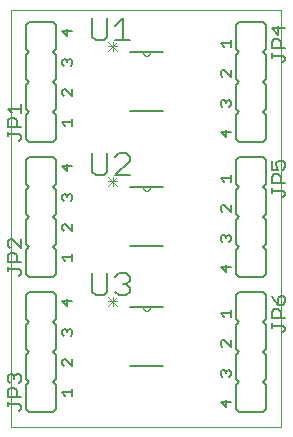
<source format=gto>
G75*
%MOIN*%
%OFA0B0*%
%FSLAX25Y25*%
%IPPOS*%
%LPD*%
%AMOC8*
5,1,8,0,0,1.08239X$1,22.5*
%
%ADD10C,0.00000*%
%ADD11C,0.00600*%
%ADD12C,0.00500*%
%ADD13C,0.00300*%
%ADD14C,0.00800*%
D10*
X0004167Y0001000D02*
X0004167Y0139701D01*
X0094088Y0139701D01*
X0094088Y0001000D01*
X0004167Y0001000D01*
X0047967Y0040800D02*
X0047969Y0040731D01*
X0047975Y0040663D01*
X0047985Y0040595D01*
X0047998Y0040528D01*
X0048016Y0040462D01*
X0048037Y0040397D01*
X0048062Y0040333D01*
X0048090Y0040271D01*
X0048122Y0040210D01*
X0048157Y0040151D01*
X0048196Y0040095D01*
X0048238Y0040040D01*
X0048283Y0039989D01*
X0048331Y0039939D01*
X0048381Y0039893D01*
X0048434Y0039850D01*
X0048490Y0039809D01*
X0048547Y0039772D01*
X0048607Y0039739D01*
X0048669Y0039708D01*
X0048732Y0039682D01*
X0048796Y0039659D01*
X0048862Y0039639D01*
X0048929Y0039624D01*
X0048996Y0039612D01*
X0049064Y0039604D01*
X0049133Y0039600D01*
X0049201Y0039600D01*
X0049270Y0039604D01*
X0049338Y0039612D01*
X0049405Y0039624D01*
X0049472Y0039639D01*
X0049538Y0039659D01*
X0049602Y0039682D01*
X0049665Y0039708D01*
X0049727Y0039739D01*
X0049787Y0039772D01*
X0049844Y0039809D01*
X0049900Y0039850D01*
X0049953Y0039893D01*
X0050003Y0039939D01*
X0050051Y0039989D01*
X0050096Y0040040D01*
X0050138Y0040095D01*
X0050177Y0040151D01*
X0050212Y0040210D01*
X0050244Y0040271D01*
X0050272Y0040333D01*
X0050297Y0040397D01*
X0050318Y0040462D01*
X0050336Y0040528D01*
X0050349Y0040595D01*
X0050359Y0040663D01*
X0050365Y0040731D01*
X0050367Y0040800D01*
X0050367Y0080800D02*
X0050365Y0080731D01*
X0050359Y0080663D01*
X0050349Y0080595D01*
X0050336Y0080528D01*
X0050318Y0080462D01*
X0050297Y0080397D01*
X0050272Y0080333D01*
X0050244Y0080271D01*
X0050212Y0080210D01*
X0050177Y0080151D01*
X0050138Y0080095D01*
X0050096Y0080040D01*
X0050051Y0079989D01*
X0050003Y0079939D01*
X0049953Y0079893D01*
X0049900Y0079850D01*
X0049844Y0079809D01*
X0049787Y0079772D01*
X0049727Y0079739D01*
X0049665Y0079708D01*
X0049602Y0079682D01*
X0049538Y0079659D01*
X0049472Y0079639D01*
X0049405Y0079624D01*
X0049338Y0079612D01*
X0049270Y0079604D01*
X0049201Y0079600D01*
X0049133Y0079600D01*
X0049064Y0079604D01*
X0048996Y0079612D01*
X0048929Y0079624D01*
X0048862Y0079639D01*
X0048796Y0079659D01*
X0048732Y0079682D01*
X0048669Y0079708D01*
X0048607Y0079739D01*
X0048547Y0079772D01*
X0048490Y0079809D01*
X0048434Y0079850D01*
X0048381Y0079893D01*
X0048331Y0079939D01*
X0048283Y0079989D01*
X0048238Y0080040D01*
X0048196Y0080095D01*
X0048157Y0080151D01*
X0048122Y0080210D01*
X0048090Y0080271D01*
X0048062Y0080333D01*
X0048037Y0080397D01*
X0048016Y0080462D01*
X0047998Y0080528D01*
X0047985Y0080595D01*
X0047975Y0080663D01*
X0047969Y0080731D01*
X0047967Y0080800D01*
X0047967Y0125800D02*
X0047969Y0125731D01*
X0047975Y0125663D01*
X0047985Y0125595D01*
X0047998Y0125528D01*
X0048016Y0125462D01*
X0048037Y0125397D01*
X0048062Y0125333D01*
X0048090Y0125271D01*
X0048122Y0125210D01*
X0048157Y0125151D01*
X0048196Y0125095D01*
X0048238Y0125040D01*
X0048283Y0124989D01*
X0048331Y0124939D01*
X0048381Y0124893D01*
X0048434Y0124850D01*
X0048490Y0124809D01*
X0048547Y0124772D01*
X0048607Y0124739D01*
X0048669Y0124708D01*
X0048732Y0124682D01*
X0048796Y0124659D01*
X0048862Y0124639D01*
X0048929Y0124624D01*
X0048996Y0124612D01*
X0049064Y0124604D01*
X0049133Y0124600D01*
X0049201Y0124600D01*
X0049270Y0124604D01*
X0049338Y0124612D01*
X0049405Y0124624D01*
X0049472Y0124639D01*
X0049538Y0124659D01*
X0049602Y0124682D01*
X0049665Y0124708D01*
X0049727Y0124739D01*
X0049787Y0124772D01*
X0049844Y0124809D01*
X0049900Y0124850D01*
X0049953Y0124893D01*
X0050003Y0124939D01*
X0050051Y0124989D01*
X0050096Y0125040D01*
X0050138Y0125095D01*
X0050177Y0125151D01*
X0050212Y0125210D01*
X0050244Y0125271D01*
X0050272Y0125333D01*
X0050297Y0125397D01*
X0050318Y0125462D01*
X0050336Y0125528D01*
X0050349Y0125595D01*
X0050359Y0125663D01*
X0050365Y0125731D01*
X0050367Y0125800D01*
D11*
X0047967Y0125800D01*
X0043767Y0125800D01*
X0050367Y0125800D02*
X0054567Y0125800D01*
X0054567Y0106200D02*
X0043767Y0106200D01*
X0043767Y0080800D02*
X0047967Y0080800D01*
X0050367Y0080800D01*
X0054567Y0080800D01*
X0054567Y0061200D02*
X0043767Y0061200D01*
X0043767Y0040800D02*
X0047967Y0040800D01*
X0050367Y0040800D01*
X0054567Y0040800D01*
X0054567Y0021200D02*
X0043767Y0021200D01*
X0019167Y0025000D02*
X0019167Y0017000D01*
X0018167Y0016000D01*
X0019167Y0015000D01*
X0019167Y0007000D01*
X0018167Y0006000D01*
X0010167Y0006000D01*
X0009167Y0007000D01*
X0009167Y0015000D01*
X0010167Y0016000D01*
X0009167Y0017000D01*
X0009167Y0025000D01*
X0010167Y0026000D01*
X0009167Y0027000D01*
X0009167Y0035000D01*
X0010167Y0036000D01*
X0009167Y0037000D01*
X0009167Y0045000D01*
X0010167Y0046000D01*
X0018167Y0046000D01*
X0019167Y0045000D01*
X0019167Y0037000D01*
X0018167Y0036000D01*
X0019167Y0035000D01*
X0019167Y0027000D01*
X0018167Y0026000D01*
X0019167Y0025000D01*
X0018167Y0051000D02*
X0010167Y0051000D01*
X0009167Y0052000D01*
X0009167Y0060000D01*
X0010167Y0061000D01*
X0009167Y0062000D01*
X0009167Y0070000D01*
X0010167Y0071000D01*
X0009167Y0072000D01*
X0009167Y0080000D01*
X0010167Y0081000D01*
X0009167Y0082000D01*
X0009167Y0090000D01*
X0010167Y0091000D01*
X0018167Y0091000D01*
X0019167Y0090000D01*
X0019167Y0082000D01*
X0018167Y0081000D01*
X0019167Y0080000D01*
X0019167Y0072000D01*
X0018167Y0071000D01*
X0019167Y0070000D01*
X0019167Y0062000D01*
X0018167Y0061000D01*
X0019167Y0060000D01*
X0019167Y0052000D01*
X0018167Y0051000D01*
X0018167Y0096000D02*
X0010167Y0096000D01*
X0009167Y0097000D01*
X0009167Y0105000D01*
X0010167Y0106000D01*
X0009167Y0107000D01*
X0009167Y0115000D01*
X0010167Y0116000D01*
X0009167Y0117000D01*
X0009167Y0125000D01*
X0010167Y0126000D01*
X0009167Y0127000D01*
X0009167Y0135000D01*
X0010167Y0136000D01*
X0018167Y0136000D01*
X0019167Y0135000D01*
X0019167Y0127000D01*
X0018167Y0126000D01*
X0019167Y0125000D01*
X0019167Y0117000D01*
X0018167Y0116000D01*
X0019167Y0115000D01*
X0019167Y0107000D01*
X0018167Y0106000D01*
X0019167Y0105000D01*
X0019167Y0097000D01*
X0018167Y0096000D01*
X0079167Y0097000D02*
X0079167Y0105000D01*
X0080167Y0106000D01*
X0079167Y0107000D01*
X0079167Y0115000D01*
X0080167Y0116000D01*
X0079167Y0117000D01*
X0079167Y0125000D01*
X0080167Y0126000D01*
X0079167Y0127000D01*
X0079167Y0135000D01*
X0080167Y0136000D01*
X0088167Y0136000D01*
X0089167Y0135000D01*
X0089167Y0127000D01*
X0088167Y0126000D01*
X0089167Y0125000D01*
X0089167Y0117000D01*
X0088167Y0116000D01*
X0089167Y0115000D01*
X0089167Y0107000D01*
X0088167Y0106000D01*
X0089167Y0105000D01*
X0089167Y0097000D01*
X0088167Y0096000D01*
X0080167Y0096000D01*
X0079167Y0097000D01*
X0080167Y0091000D02*
X0079167Y0090000D01*
X0079167Y0082000D01*
X0080167Y0081000D01*
X0079167Y0080000D01*
X0079167Y0072000D01*
X0080167Y0071000D01*
X0079167Y0070000D01*
X0079167Y0062000D01*
X0080167Y0061000D01*
X0079167Y0060000D01*
X0079167Y0052000D01*
X0080167Y0051000D01*
X0088167Y0051000D01*
X0089167Y0052000D01*
X0089167Y0060000D01*
X0088167Y0061000D01*
X0089167Y0062000D01*
X0089167Y0070000D01*
X0088167Y0071000D01*
X0089167Y0072000D01*
X0089167Y0080000D01*
X0088167Y0081000D01*
X0089167Y0082000D01*
X0089167Y0090000D01*
X0088167Y0091000D01*
X0080167Y0091000D01*
X0080167Y0046000D02*
X0079167Y0045000D01*
X0079167Y0037000D01*
X0080167Y0036000D01*
X0079167Y0035000D01*
X0079167Y0027000D01*
X0080167Y0026000D01*
X0079167Y0025000D01*
X0079167Y0017000D01*
X0080167Y0016000D01*
X0079167Y0015000D01*
X0079167Y0007000D01*
X0080167Y0006000D01*
X0088167Y0006000D01*
X0089167Y0007000D01*
X0089167Y0015000D01*
X0088167Y0016000D01*
X0089167Y0017000D01*
X0089167Y0025000D01*
X0088167Y0026000D01*
X0089167Y0027000D01*
X0089167Y0035000D01*
X0088167Y0036000D01*
X0089167Y0037000D01*
X0089167Y0045000D01*
X0088167Y0046000D01*
X0080167Y0046000D01*
D12*
X0077317Y0039928D02*
X0077317Y0037659D01*
X0077317Y0038793D02*
X0073914Y0038793D01*
X0075048Y0037659D01*
X0075048Y0029928D02*
X0074481Y0029928D01*
X0073914Y0029360D01*
X0073914Y0028226D01*
X0074481Y0027659D01*
X0075048Y0029928D02*
X0077317Y0027659D01*
X0077317Y0029928D01*
X0076750Y0019928D02*
X0076182Y0019928D01*
X0075615Y0019360D01*
X0075615Y0018793D01*
X0075615Y0019360D02*
X0075048Y0019928D01*
X0074481Y0019928D01*
X0073914Y0019360D01*
X0073914Y0018226D01*
X0074481Y0017659D01*
X0076750Y0017659D02*
X0077317Y0018226D01*
X0077317Y0019360D01*
X0076750Y0019928D01*
X0075615Y0009928D02*
X0075615Y0007659D01*
X0073914Y0009360D01*
X0077317Y0009360D01*
X0090913Y0033939D02*
X0090913Y0035441D01*
X0090913Y0034690D02*
X0094666Y0034690D01*
X0095417Y0033939D01*
X0095417Y0033189D01*
X0094666Y0032438D01*
X0093915Y0037042D02*
X0093915Y0039294D01*
X0093165Y0040045D01*
X0091663Y0040045D01*
X0090913Y0039294D01*
X0090913Y0037042D01*
X0095417Y0037042D01*
X0094666Y0041646D02*
X0093165Y0041646D01*
X0093165Y0043898D01*
X0093915Y0044649D01*
X0094666Y0044649D01*
X0095417Y0043898D01*
X0095417Y0042397D01*
X0094666Y0041646D01*
X0093165Y0041646D02*
X0091663Y0043147D01*
X0090913Y0044649D01*
X0077317Y0054360D02*
X0073914Y0054360D01*
X0075615Y0052659D01*
X0075615Y0054928D01*
X0074481Y0062659D02*
X0073914Y0063226D01*
X0073914Y0064360D01*
X0074481Y0064928D01*
X0075048Y0064928D01*
X0075615Y0064360D01*
X0076182Y0064928D01*
X0076750Y0064928D01*
X0077317Y0064360D01*
X0077317Y0063226D01*
X0076750Y0062659D01*
X0075615Y0063793D02*
X0075615Y0064360D01*
X0074481Y0072659D02*
X0073914Y0073226D01*
X0073914Y0074360D01*
X0074481Y0074928D01*
X0075048Y0074928D01*
X0077317Y0072659D01*
X0077317Y0074928D01*
X0077317Y0082659D02*
X0077317Y0084928D01*
X0077317Y0083793D02*
X0073914Y0083793D01*
X0075048Y0082659D01*
X0075615Y0097659D02*
X0075615Y0099928D01*
X0073914Y0099360D02*
X0075615Y0097659D01*
X0073914Y0099360D02*
X0077317Y0099360D01*
X0076750Y0107659D02*
X0077317Y0108226D01*
X0077317Y0109360D01*
X0076750Y0109928D01*
X0076182Y0109928D01*
X0075615Y0109360D01*
X0075615Y0108793D01*
X0075615Y0109360D02*
X0075048Y0109928D01*
X0074481Y0109928D01*
X0073914Y0109360D01*
X0073914Y0108226D01*
X0074481Y0107659D01*
X0074481Y0117659D02*
X0073914Y0118226D01*
X0073914Y0119360D01*
X0074481Y0119928D01*
X0075048Y0119928D01*
X0077317Y0117659D01*
X0077317Y0119928D01*
X0077317Y0127659D02*
X0077317Y0129928D01*
X0077317Y0128793D02*
X0073914Y0128793D01*
X0075048Y0127659D01*
X0090913Y0127042D02*
X0090913Y0129294D01*
X0091663Y0130045D01*
X0093165Y0130045D01*
X0093915Y0129294D01*
X0093915Y0127042D01*
X0094666Y0124690D02*
X0090913Y0124690D01*
X0090913Y0123939D02*
X0090913Y0125441D01*
X0090913Y0127042D02*
X0095417Y0127042D01*
X0094666Y0124690D02*
X0095417Y0123939D01*
X0095417Y0123189D01*
X0094666Y0122438D01*
X0093165Y0131646D02*
X0093165Y0134649D01*
X0095417Y0133898D02*
X0090913Y0133898D01*
X0093165Y0131646D01*
X0093165Y0089649D02*
X0094666Y0089649D01*
X0095417Y0088898D01*
X0095417Y0087397D01*
X0094666Y0086646D01*
X0093165Y0086646D02*
X0092414Y0088147D01*
X0092414Y0088898D01*
X0093165Y0089649D01*
X0090913Y0089649D02*
X0090913Y0086646D01*
X0093165Y0086646D01*
X0093165Y0085045D02*
X0091663Y0085045D01*
X0090913Y0084294D01*
X0090913Y0082042D01*
X0095417Y0082042D01*
X0093915Y0082042D02*
X0093915Y0084294D01*
X0093165Y0085045D01*
X0090913Y0080441D02*
X0090913Y0078939D01*
X0090913Y0079690D02*
X0094666Y0079690D01*
X0095417Y0078939D01*
X0095417Y0078189D01*
X0094666Y0077438D01*
X0024417Y0077951D02*
X0024417Y0076817D01*
X0023850Y0076250D01*
X0022715Y0077384D02*
X0022715Y0077951D01*
X0023282Y0078519D01*
X0023850Y0078519D01*
X0024417Y0077951D01*
X0022715Y0077951D02*
X0022148Y0078519D01*
X0021581Y0078519D01*
X0021014Y0077951D01*
X0021014Y0076817D01*
X0021581Y0076250D01*
X0021581Y0068519D02*
X0021014Y0067951D01*
X0021014Y0066817D01*
X0021581Y0066250D01*
X0021581Y0068519D02*
X0022148Y0068519D01*
X0024417Y0066250D01*
X0024417Y0068519D01*
X0024417Y0058519D02*
X0024417Y0056250D01*
X0024417Y0057384D02*
X0021014Y0057384D01*
X0022148Y0056250D01*
X0022715Y0043519D02*
X0022715Y0041250D01*
X0021014Y0042951D01*
X0024417Y0042951D01*
X0023850Y0033519D02*
X0023282Y0033519D01*
X0022715Y0032951D01*
X0022715Y0032384D01*
X0022715Y0032951D02*
X0022148Y0033519D01*
X0021581Y0033519D01*
X0021014Y0032951D01*
X0021014Y0031817D01*
X0021581Y0031250D01*
X0023850Y0031250D02*
X0024417Y0031817D01*
X0024417Y0032951D01*
X0023850Y0033519D01*
X0024417Y0023519D02*
X0024417Y0021250D01*
X0022148Y0023519D01*
X0021581Y0023519D01*
X0021014Y0022951D01*
X0021014Y0021817D01*
X0021581Y0021250D01*
X0024417Y0013519D02*
X0024417Y0011250D01*
X0024417Y0012384D02*
X0021014Y0012384D01*
X0022148Y0011250D01*
X0007417Y0010854D02*
X0002913Y0010854D01*
X0002913Y0013106D01*
X0003663Y0013856D01*
X0005165Y0013856D01*
X0005915Y0013106D01*
X0005915Y0010854D01*
X0006666Y0008502D02*
X0002913Y0008502D01*
X0002913Y0007751D02*
X0002913Y0009253D01*
X0006666Y0008502D02*
X0007417Y0007751D01*
X0007417Y0007001D01*
X0006666Y0006250D01*
X0006666Y0015458D02*
X0007417Y0016208D01*
X0007417Y0017710D01*
X0006666Y0018460D01*
X0005915Y0018460D01*
X0005165Y0017710D01*
X0005165Y0016959D01*
X0005165Y0017710D02*
X0004414Y0018460D01*
X0003663Y0018460D01*
X0002913Y0017710D01*
X0002913Y0016208D01*
X0003663Y0015458D01*
X0006666Y0051250D02*
X0007417Y0052001D01*
X0007417Y0052751D01*
X0006666Y0053502D01*
X0002913Y0053502D01*
X0002913Y0052751D02*
X0002913Y0054253D01*
X0002913Y0055854D02*
X0002913Y0058106D01*
X0003663Y0058856D01*
X0005165Y0058856D01*
X0005915Y0058106D01*
X0005915Y0055854D01*
X0007417Y0055854D02*
X0002913Y0055854D01*
X0003663Y0060458D02*
X0002913Y0061208D01*
X0002913Y0062710D01*
X0003663Y0063460D01*
X0004414Y0063460D01*
X0007417Y0060458D01*
X0007417Y0063460D01*
X0022715Y0086250D02*
X0022715Y0088519D01*
X0021014Y0087951D02*
X0022715Y0086250D01*
X0021014Y0087951D02*
X0024417Y0087951D01*
X0024417Y0101250D02*
X0024417Y0103519D01*
X0024417Y0102384D02*
X0021014Y0102384D01*
X0022148Y0101250D01*
X0021581Y0111250D02*
X0021014Y0111817D01*
X0021014Y0112951D01*
X0021581Y0113519D01*
X0022148Y0113519D01*
X0024417Y0111250D01*
X0024417Y0113519D01*
X0023850Y0121250D02*
X0024417Y0121817D01*
X0024417Y0122951D01*
X0023850Y0123519D01*
X0023282Y0123519D01*
X0022715Y0122951D01*
X0022715Y0122384D01*
X0022715Y0122951D02*
X0022148Y0123519D01*
X0021581Y0123519D01*
X0021014Y0122951D01*
X0021014Y0121817D01*
X0021581Y0121250D01*
X0022715Y0131250D02*
X0022715Y0133519D01*
X0021014Y0132951D02*
X0024417Y0132951D01*
X0022715Y0131250D02*
X0021014Y0132951D01*
X0007417Y0108460D02*
X0007417Y0105458D01*
X0007417Y0106959D02*
X0002913Y0106959D01*
X0004414Y0105458D01*
X0003663Y0103856D02*
X0005165Y0103856D01*
X0005915Y0103106D01*
X0005915Y0100854D01*
X0007417Y0100854D02*
X0002913Y0100854D01*
X0002913Y0103106D01*
X0003663Y0103856D01*
X0002913Y0099253D02*
X0002913Y0097751D01*
X0002913Y0098502D02*
X0006666Y0098502D01*
X0007417Y0097751D01*
X0007417Y0097001D01*
X0006666Y0096250D01*
D13*
X0036317Y0084270D02*
X0039453Y0081134D01*
X0039453Y0082702D02*
X0036317Y0082702D01*
X0036317Y0081134D02*
X0039453Y0084270D01*
X0037885Y0084270D02*
X0037885Y0081134D01*
X0037885Y0044270D02*
X0037885Y0041134D01*
X0039453Y0041134D02*
X0036317Y0044270D01*
X0036317Y0042702D02*
X0039453Y0042702D01*
X0039453Y0044270D02*
X0036317Y0041134D01*
X0036317Y0126134D02*
X0039453Y0129270D01*
X0039453Y0127702D02*
X0036317Y0127702D01*
X0036317Y0129270D02*
X0039453Y0126134D01*
X0037885Y0126134D02*
X0037885Y0129270D01*
D14*
X0038717Y0129700D02*
X0043655Y0129700D01*
X0041186Y0129700D02*
X0041186Y0137106D01*
X0038717Y0134638D01*
X0036104Y0137106D02*
X0036104Y0130934D01*
X0034870Y0129700D01*
X0032401Y0129700D01*
X0031167Y0130934D01*
X0031167Y0137106D01*
X0031167Y0092106D02*
X0031167Y0085934D01*
X0032401Y0084700D01*
X0034870Y0084700D01*
X0036104Y0085934D01*
X0036104Y0092106D01*
X0038717Y0090872D02*
X0039951Y0092106D01*
X0042420Y0092106D01*
X0043655Y0090872D01*
X0043655Y0089638D01*
X0038717Y0084700D01*
X0043655Y0084700D01*
X0042420Y0052106D02*
X0039951Y0052106D01*
X0038717Y0050872D01*
X0041186Y0048403D02*
X0042420Y0048403D01*
X0043655Y0047169D01*
X0043655Y0045934D01*
X0042420Y0044700D01*
X0039951Y0044700D01*
X0038717Y0045934D01*
X0036104Y0045934D02*
X0036104Y0052106D01*
X0036104Y0045934D02*
X0034870Y0044700D01*
X0032401Y0044700D01*
X0031167Y0045934D01*
X0031167Y0052106D01*
X0042420Y0052106D02*
X0043655Y0050872D01*
X0043655Y0049638D01*
X0042420Y0048403D01*
M02*

</source>
